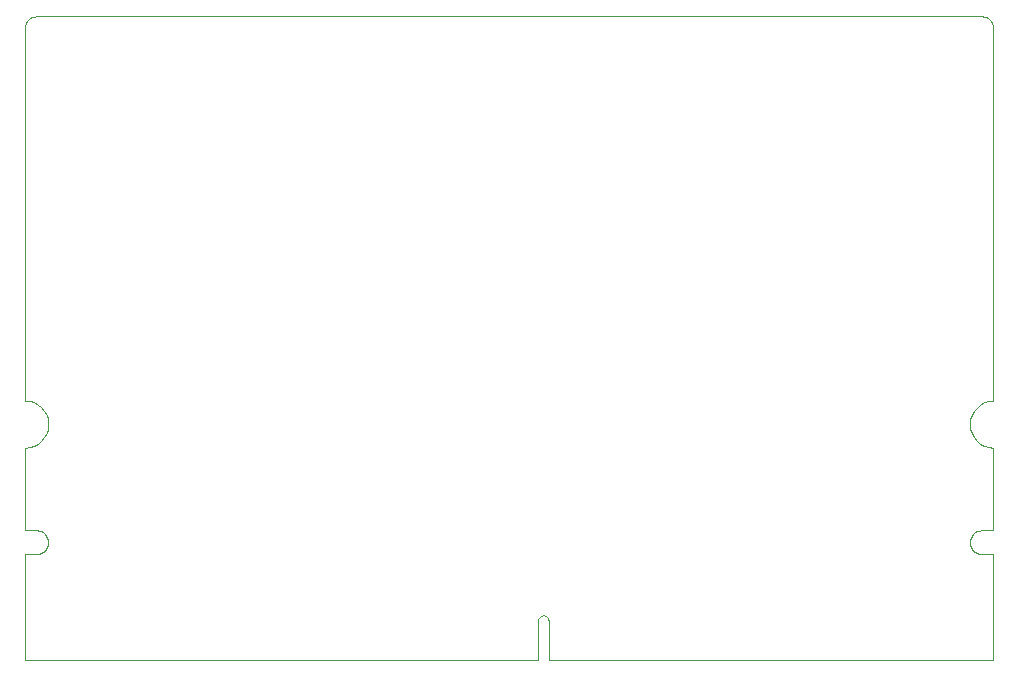
<source format=gbr>
*
%FSLAX26Y26*%
%MOIN*%
%ADD10C,0.004000*%
%IPPOS*%
%LNgko.gbr*%
%LPD*%
G75*
G54D10*
X0Y0D02*
Y354086D01*
X39286D01*
X47194Y355039D01*
X54560Y357322D01*
X61226Y360937D01*
X67034Y365726D01*
X71826Y371531D01*
X75445Y378196D01*
X77732Y385560D01*
X78531Y393468D01*
X77732Y401375D01*
X75445Y408740D01*
X71826Y415404D01*
X67034Y421209D01*
X61226Y425999D01*
X54560Y429613D01*
X47194Y431896D01*
X39286Y432692D01*
X-21Y432671D01*
Y708692D01*
X15782Y710294D01*
X30500Y714872D01*
X43819Y722107D01*
X55422Y731687D01*
X64996Y743296D01*
X72225Y756618D01*
X76794Y771338D01*
X78389Y787142D01*
X76798Y802949D01*
X72231Y817673D01*
X65003Y830998D01*
X55429Y842610D01*
X43825Y852193D01*
X30505Y859431D01*
X15785Y864009D01*
X-21Y865612D01*
Y2107311D01*
X779Y2115236D01*
X3073Y2122618D01*
X6702Y2129298D01*
X11508Y2135119D01*
X17332Y2139921D01*
X24015Y2143547D01*
X31399Y2145839D01*
X39326Y2146638D01*
X3188978Y2146632D01*
X3196904Y2145833D01*
X3204286Y2143542D01*
X3210967Y2139916D01*
X3216787Y2135113D01*
X3221589Y2129293D01*
X3225215Y2122613D01*
X3227506Y2115231D01*
X3228306Y2107306D01*
X3228069Y865586D01*
X3212301Y863944D01*
X3197620Y859342D01*
X3184339Y852093D01*
X3172771Y842511D01*
X3163228Y830911D01*
X3156024Y817606D01*
X3151472Y802909D01*
X3149881Y787136D01*
X3151472Y771370D01*
X3156024Y756682D01*
X3163224Y743383D01*
X3172761Y731787D01*
X3184322Y722209D01*
X3197594Y714959D01*
X3212267Y710354D01*
X3228026Y708705D01*
X3227908Y432663D01*
X3188907Y432684D01*
X3180999Y431889D01*
X3173633Y429606D01*
X3166967Y425991D01*
X3161159Y421202D01*
X3156367Y415396D01*
X3152748Y408732D01*
X3150461Y401367D01*
X3149662Y393460D01*
X3150461Y385552D01*
X3152748Y378188D01*
X3156367Y371524D01*
X3161159Y365718D01*
X3166967Y360929D01*
X3173633Y357315D01*
X3180999Y355031D01*
X3188907Y354236D01*
X3188891Y354157D01*
X3188907Y354078D01*
X3227888D01*
X3227770Y-7D01*
X1745781D01*
Y131948D01*
X1745290Y136069D01*
X1743844Y139960D01*
X1741524Y143402D01*
X1738460Y146202D01*
X1734824Y148203D01*
X1730820Y149294D01*
X1726671Y149414D01*
X1722610Y148555D01*
X1718865Y146766D01*
X1715646Y144146D01*
X1713132Y140844D01*
X1711464Y137043D01*
X1710737Y132957D01*
X1710708Y131948D01*
Y0D01*
X0D01*
M02*

</source>
